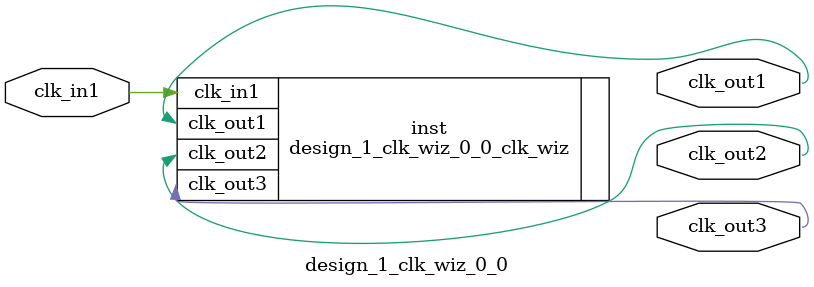
<source format=v>


`timescale 1ps/1ps

(* CORE_GENERATION_INFO = "design_1_clk_wiz_0_0,clk_wiz_v6_0_12_0_0,{component_name=design_1_clk_wiz_0_0,use_phase_alignment=false,use_min_o_jitter=false,use_max_i_jitter=false,use_dyn_phase_shift=false,use_inclk_switchover=false,use_dyn_reconfig=false,enable_axi=0,feedback_source=FDBK_AUTO,PRIMITIVE=MMCM,num_out_clk=3,clkin1_period=10.000,clkin2_period=10.000,use_power_down=false,use_reset=false,use_locked=false,use_inclk_stopped=false,feedback_type=SINGLE,CLOCK_MGR_TYPE=NA,manual_override=false}" *)

module design_1_clk_wiz_0_0 
 (
  // Clock out ports
  output        clk_out1,
  output        clk_out2,
  output        clk_out3,
 // Clock in ports
  input         clk_in1
 );

  design_1_clk_wiz_0_0_clk_wiz inst
  (
  // Clock out ports  
  .clk_out1(clk_out1),
  .clk_out2(clk_out2),
  .clk_out3(clk_out3),
 // Clock in ports
  .clk_in1(clk_in1)
  );

endmodule

</source>
